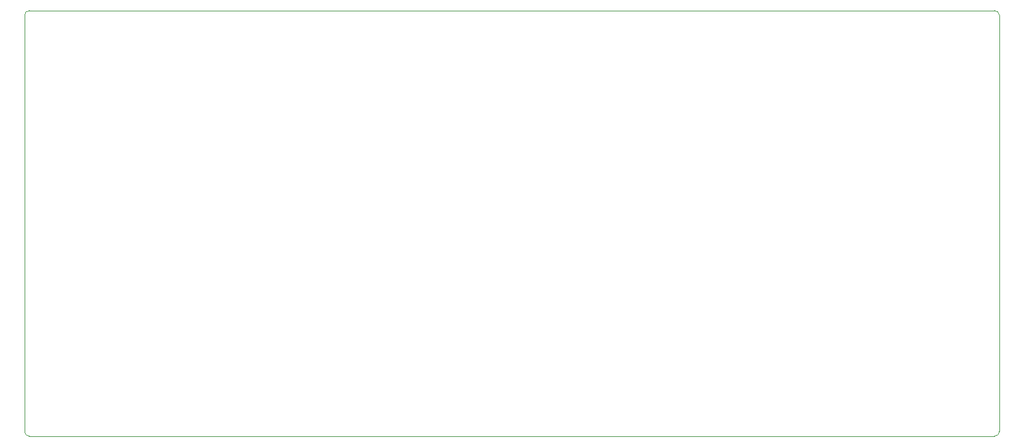
<source format=gbr>
G04 #@! TF.GenerationSoftware,KiCad,Pcbnew,5.1.4*
G04 #@! TF.CreationDate,2019-08-29T18:54:14+02:00*
G04 #@! TF.ProjectId,NixieClock,4e697869-6543-46c6-9f63-6b2e6b696361,rev?*
G04 #@! TF.SameCoordinates,Original*
G04 #@! TF.FileFunction,Profile,NP*
%FSLAX46Y46*%
G04 Gerber Fmt 4.6, Leading zero omitted, Abs format (unit mm)*
G04 Created by KiCad (PCBNEW 5.1.4) date 2019-08-29 18:54:14*
%MOMM*%
%LPD*%
G04 APERTURE LIST*
%ADD10C,0.050000*%
G04 APERTURE END LIST*
D10*
X36322000Y-173957000D02*
X165862000Y-173957000D01*
X36322000Y-173957000D02*
G75*
G02X35687000Y-173322000I0J635000D01*
G01*
X35687000Y-117442000D02*
G75*
G02X36322000Y-116807000I635000J0D01*
G01*
X166497000Y-173322000D02*
G75*
G02X165862000Y-173957000I-635000J0D01*
G01*
X165862000Y-116807000D02*
G75*
G02X166497000Y-117442000I0J-635000D01*
G01*
X165862000Y-116807000D02*
X36322000Y-116807000D01*
X166497000Y-173322000D02*
X166497000Y-117442000D01*
X35687000Y-117442000D02*
X35687000Y-173322000D01*
M02*

</source>
